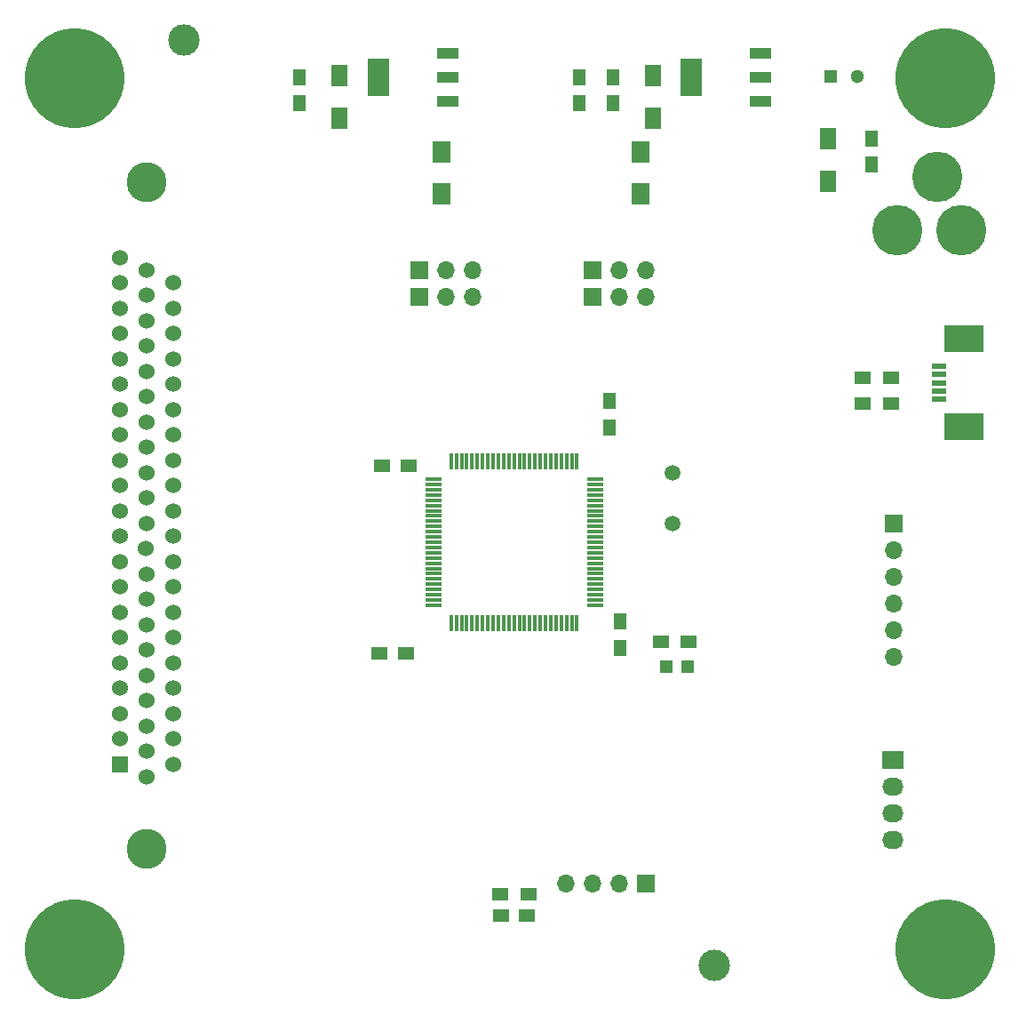
<source format=gbr>
G04 #@! TF.FileFunction,Soldermask,Top*
%FSLAX46Y46*%
G04 Gerber Fmt 4.6, Leading zero omitted, Abs format (unit mm)*
G04 Created by KiCad (PCBNEW (after 2015-mar-04 BZR unknown)-product) date 1/4/2017 12:55:19 PM*
%MOMM*%
G01*
G04 APERTURE LIST*
%ADD10C,0.100000*%
%ADD11R,1.500000X1.250000*%
%ADD12R,1.250000X1.500000*%
%ADD13R,1.700000X2.000000*%
%ADD14R,1.500000X1.300000*%
%ADD15C,4.800600*%
%ADD16R,2.032000X3.657600*%
%ADD17R,2.032000X1.016000*%
%ADD18C,1.501140*%
%ADD19R,2.032000X1.727200*%
%ADD20O,2.032000X1.727200*%
%ADD21R,1.198880X1.198880*%
%ADD22C,9.525000*%
%ADD23R,3.799840X2.499360*%
%ADD24R,1.399540X0.500380*%
%ADD25C,1.524000*%
%ADD26R,1.524000X1.524000*%
%ADD27C,3.810000*%
%ADD28C,3.000000*%
%ADD29R,1.700000X1.700000*%
%ADD30O,1.700000X1.700000*%
%ADD31R,0.300000X1.500000*%
%ADD32R,1.500000X0.300000*%
%ADD33R,1.600000X2.000000*%
%ADD34R,1.300000X1.300000*%
%ADD35C,1.300000*%
G04 APERTURE END LIST*
D10*
D11*
X59162000Y-95758000D03*
X56662000Y-95758000D03*
X47605000Y-70739000D03*
X45105000Y-70739000D03*
X47850000Y-52900000D03*
X45350000Y-52900000D03*
D12*
X68000000Y-67750000D03*
X68000000Y-70250000D03*
X67000000Y-49250000D03*
X67000000Y-46750000D03*
X64135000Y-18395000D03*
X64135000Y-15895000D03*
D13*
X51000000Y-27000000D03*
X51000000Y-23000000D03*
X70000000Y-27000000D03*
X70000000Y-23000000D03*
D14*
X59262000Y-93726000D03*
X56562000Y-93726000D03*
X74578200Y-69646800D03*
X71878200Y-69646800D03*
D15*
X100500000Y-30500000D03*
X94404000Y-30500000D03*
X98214000Y-25420000D03*
D16*
X44958000Y-15875000D03*
D17*
X51562000Y-15875000D03*
X51562000Y-13589000D03*
X51562000Y-18161000D03*
D14*
X93850000Y-47000000D03*
X91150000Y-47000000D03*
X93850000Y-44500000D03*
X91150000Y-44500000D03*
D18*
X73000000Y-53559060D03*
X73000000Y-58440940D03*
D12*
X92000000Y-24250000D03*
X92000000Y-21750000D03*
X67310000Y-15895000D03*
X67310000Y-18395000D03*
X37465000Y-15895000D03*
X37465000Y-18395000D03*
D19*
X93980000Y-80899000D03*
D20*
X93980000Y-83439000D03*
X93980000Y-85979000D03*
X93980000Y-88519000D03*
D21*
X74480420Y-72009000D03*
X72382380Y-72009000D03*
D22*
X16000000Y-16000000D03*
X99000000Y-16000000D03*
X16000000Y-99000000D03*
X99000000Y-99000000D03*
D23*
X100799220Y-40798840D03*
X100799220Y-49201160D03*
D24*
X98398920Y-43399800D03*
X98398920Y-44199900D03*
X98398920Y-46600200D03*
X98398920Y-45800100D03*
X98398920Y-45000000D03*
D25*
X22860000Y-43929300D03*
D26*
X20320000Y-81330800D03*
D25*
X20320000Y-78917800D03*
X20320000Y-76504800D03*
X20320000Y-74091800D03*
X20320000Y-71678800D03*
X20320000Y-69265800D03*
X20320000Y-66852800D03*
X20320000Y-64439800D03*
X20320000Y-62026800D03*
D27*
X22860000Y-89408000D03*
X22860000Y-25908000D03*
D25*
X20320000Y-59613800D03*
X20320000Y-57200800D03*
X20320000Y-54787800D03*
X20320000Y-52374800D03*
X20320000Y-49961800D03*
X20320000Y-47548800D03*
X20320000Y-45135800D03*
X20320000Y-42722800D03*
X20320000Y-40309800D03*
X20320000Y-37896800D03*
X20320000Y-35483800D03*
X20320000Y-33070800D03*
X22860000Y-82537300D03*
X22860000Y-80124300D03*
X22860000Y-77711300D03*
X22860000Y-75298300D03*
X22860000Y-72885300D03*
X22860000Y-70472300D03*
X22860000Y-68059300D03*
X22860000Y-65646300D03*
X22860000Y-63233300D03*
X22783800Y-60820300D03*
X22860000Y-58407300D03*
X22860000Y-55994300D03*
X22860000Y-53581300D03*
X22860000Y-51168300D03*
X22860000Y-48755300D03*
X22860000Y-46342300D03*
X22860000Y-41516300D03*
X22860000Y-39103300D03*
X22860000Y-36690300D03*
X22860000Y-34277300D03*
X25400000Y-81330800D03*
X25400000Y-78917800D03*
X25400000Y-76504800D03*
X25400000Y-74091800D03*
X25400000Y-71678800D03*
X25400000Y-69265800D03*
X25400000Y-66852800D03*
X25400000Y-64439800D03*
X25400000Y-62026800D03*
X25400000Y-59613800D03*
X25400000Y-57200800D03*
X25400000Y-54787800D03*
X25400000Y-52374800D03*
X25400000Y-49961800D03*
X25400000Y-47548800D03*
X25400000Y-45135800D03*
X25400000Y-42722800D03*
X25400000Y-40309800D03*
X25400000Y-37896800D03*
X25400000Y-35483800D03*
D28*
X26416000Y-12319000D03*
X76962000Y-100457000D03*
D29*
X94107000Y-58420000D03*
D30*
X94107000Y-60960000D03*
X94107000Y-63500000D03*
X94107000Y-66040000D03*
X94107000Y-68580000D03*
X94107000Y-71120000D03*
D31*
X51912000Y-67898000D03*
X52412000Y-67898000D03*
X52912000Y-67898000D03*
X53412000Y-67898000D03*
X53912000Y-67898000D03*
X54412000Y-67898000D03*
X54912000Y-67898000D03*
X55412000Y-67898000D03*
X55912000Y-67898000D03*
X56412000Y-67898000D03*
X56912000Y-67898000D03*
X57412000Y-67898000D03*
X57912000Y-67898000D03*
X58412000Y-67898000D03*
X58912000Y-67898000D03*
X59412000Y-67898000D03*
X59912000Y-67898000D03*
X60412000Y-67898000D03*
X60912000Y-67898000D03*
X61412000Y-67898000D03*
X61912000Y-67898000D03*
X62412000Y-67898000D03*
X62912000Y-67898000D03*
X63412000Y-67898000D03*
X63912000Y-67898000D03*
D32*
X65612000Y-66198000D03*
X65612000Y-65698000D03*
X65612000Y-65198000D03*
X65612000Y-64698000D03*
X65612000Y-64198000D03*
X65612000Y-63698000D03*
X65612000Y-63198000D03*
X65612000Y-62698000D03*
X65612000Y-62198000D03*
X65612000Y-61698000D03*
X65612000Y-61198000D03*
X65612000Y-60698000D03*
X65612000Y-60198000D03*
X65612000Y-59698000D03*
X65612000Y-59198000D03*
X65612000Y-58698000D03*
X65612000Y-58198000D03*
X65612000Y-57698000D03*
X65612000Y-57198000D03*
X65612000Y-56698000D03*
X65612000Y-56198000D03*
X65612000Y-55698000D03*
X65612000Y-55198000D03*
X65612000Y-54698000D03*
X65612000Y-54198000D03*
D31*
X63912000Y-52498000D03*
X63412000Y-52498000D03*
X62912000Y-52498000D03*
X62412000Y-52498000D03*
X61912000Y-52498000D03*
X61412000Y-52498000D03*
X60912000Y-52498000D03*
X60412000Y-52498000D03*
X59912000Y-52498000D03*
X59412000Y-52498000D03*
X58912000Y-52498000D03*
X58412000Y-52498000D03*
X57912000Y-52498000D03*
X57412000Y-52498000D03*
X56912000Y-52498000D03*
X56412000Y-52498000D03*
X55912000Y-52498000D03*
X55412000Y-52498000D03*
X54912000Y-52498000D03*
X54412000Y-52498000D03*
X53912000Y-52498000D03*
X53412000Y-52498000D03*
X52912000Y-52498000D03*
X52412000Y-52498000D03*
X51912000Y-52498000D03*
D32*
X50212000Y-54198000D03*
X50212000Y-54698000D03*
X50212000Y-55198000D03*
X50212000Y-55698000D03*
X50212000Y-56198000D03*
X50212000Y-56698000D03*
X50212000Y-57198000D03*
X50212000Y-57698000D03*
X50212000Y-58198000D03*
X50212000Y-58698000D03*
X50212000Y-59198000D03*
X50212000Y-59698000D03*
X50212000Y-60198000D03*
X50212000Y-60698000D03*
X50212000Y-61198000D03*
X50212000Y-61698000D03*
X50212000Y-62198000D03*
X50212000Y-62698000D03*
X50212000Y-63198000D03*
X50212000Y-63698000D03*
X50212000Y-64198000D03*
X50212000Y-64698000D03*
X50212000Y-65198000D03*
X50212000Y-65698000D03*
X50212000Y-66198000D03*
D29*
X70485000Y-92710000D03*
D30*
X67945000Y-92710000D03*
X65405000Y-92710000D03*
X62865000Y-92710000D03*
D29*
X48895000Y-36830000D03*
D30*
X51435000Y-36830000D03*
X53975000Y-36830000D03*
D29*
X65405000Y-36830000D03*
D30*
X67945000Y-36830000D03*
X70485000Y-36830000D03*
D29*
X48895000Y-34290000D03*
D30*
X51435000Y-34290000D03*
X53975000Y-34290000D03*
D29*
X65405000Y-34290000D03*
D30*
X67945000Y-34290000D03*
X70485000Y-34290000D03*
D33*
X87800000Y-25800000D03*
X87800000Y-21800000D03*
X71120000Y-15780000D03*
X71120000Y-19780000D03*
X41275000Y-15780000D03*
X41275000Y-19780000D03*
D16*
X74803000Y-15875000D03*
D17*
X81407000Y-15875000D03*
X81407000Y-13589000D03*
X81407000Y-18161000D03*
D34*
X88100000Y-15800000D03*
D35*
X90600000Y-15800000D03*
M02*

</source>
